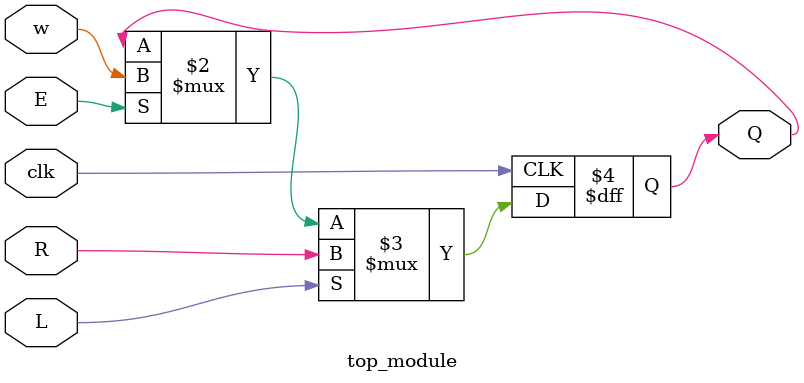
<source format=v>
module top_module (
    input clk,
    input w, R, E, L,
    output Q
);

  always@(posedge clk)
    Q <= L ? R : (E ? w : Q);
endmodule


</source>
